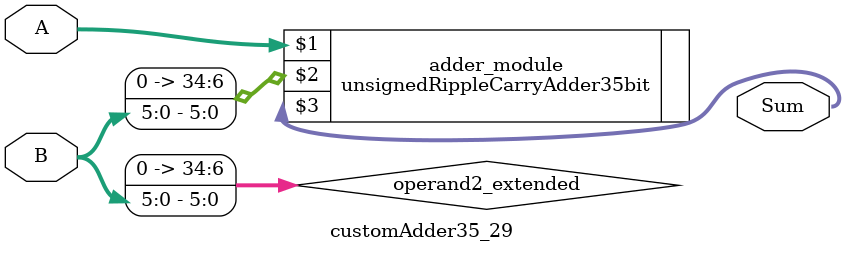
<source format=v>
module customAdder35_29(
                        input [34 : 0] A,
                        input [5 : 0] B,
                        
                        output [35 : 0] Sum
                );

        wire [34 : 0] operand2_extended;
        
        assign operand2_extended =  {29'b0, B};
        
        unsignedRippleCarryAdder35bit adder_module(
            A,
            operand2_extended,
            Sum
        );
        
        endmodule
        
</source>
